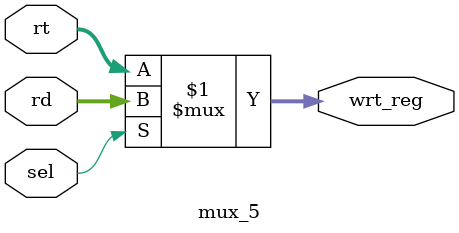
<source format=v>

module mux_5(rt,rd,sel,wrt_reg);
    input [4:0] rt,rd;
    input sel;

    output [4:0]wrt_reg;

    assign wrt_reg=sel? rd : rt;

endmodule // 
</source>
